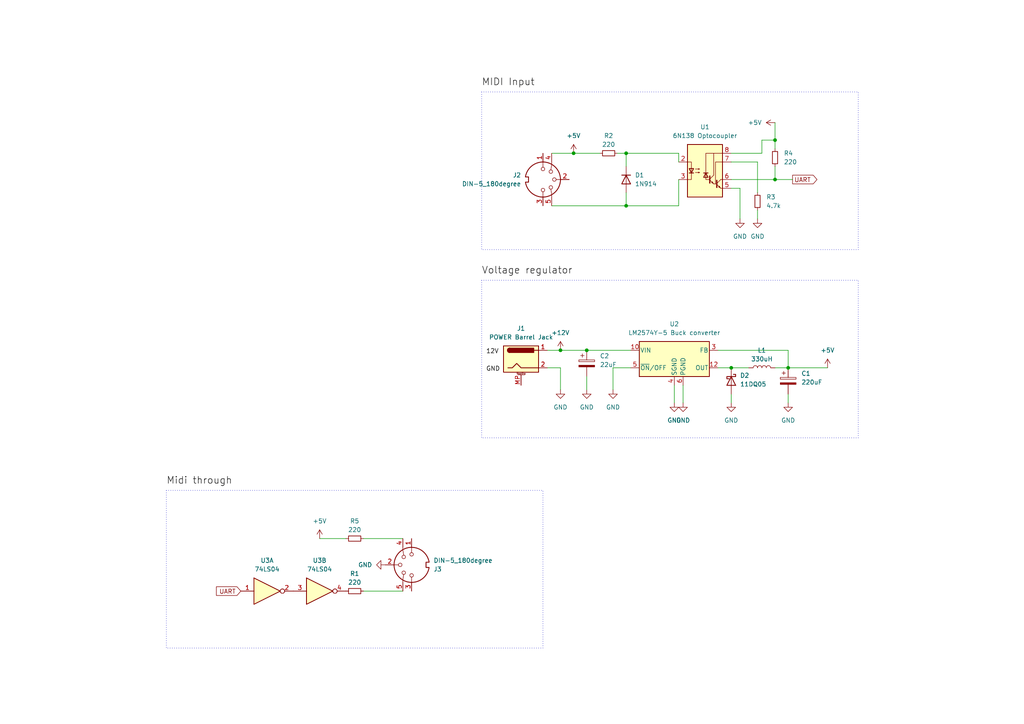
<source format=kicad_sch>
(kicad_sch (version 20230121) (generator eeschema)
  (paper "A4")
  (lib_symbols
    (symbol "74xx:74LS04"
      (property "Reference" "U" (at 0 1.27 0))
      (property "Value" "74LS04" (at 0 -1.27 0))
      (symbol "74LS04_1_0"
        (polyline (pts (xy -3.81 3.81) (xy -3.81 -3.81) (xy 3.81 0) (xy -3.81 3.81)) (stroke (width 0.254)) (fill (type background)))
        (pin input line (at -7.62 0 0) (length 3.81) (name "~") (number "1"))
        (pin output inverted (at 7.62 0 180) (length 3.81) (name "~") (number "2"))
      )
      (symbol "74LS04_2_0"
        (polyline (pts (xy -3.81 3.81) (xy -3.81 -3.81) (xy 3.81 0) (xy -3.81 3.81)) (stroke (width 0.254)) (fill (type background)))
        (pin input line (at -7.62 0 0) (length 3.81) (name "~") (number "3"))
        (pin output inverted (at 7.62 0 180) (length 3.81) (name "~") (number "4"))
      )
      (symbol "74LS04_3_0"
        (polyline (pts (xy -3.81 3.81) (xy -3.81 -3.81) (xy 3.81 0) (xy -3.81 3.81)) (stroke (width 0.254)) (fill (type background)))
        (pin input line (at -7.62 0 0) (length 3.81) (name "~") (number "5"))
        (pin output inverted (at 7.62 0 180) (length 3.81) (name "~") (number "6"))
      )
      (symbol "74LS04_4_0"
        (polyline (pts (xy -3.81 3.81) (xy -3.81 -3.81) (xy 3.81 0) (xy -3.81 3.81)) (stroke (width 0.254)) (fill (type background)))
        (pin output inverted (at 7.62 0 180) (length 3.81) (name "~") (number "8"))
        (pin input line (at -7.62 0 0) (length 3.81) (name "~") (number "9"))
      )
      (symbol "74LS04_5_0"
        (polyline (pts (xy -3.81 3.81) (xy -3.81 -3.81) (xy 3.81 0) (xy -3.81 3.81)) (stroke (width 0.254)) (fill (type background)))
        (pin output inverted (at 7.62 0 180) (length 3.81) (name "~") (number "10"))
        (pin input line (at -7.62 0 0) (length 3.81) (name "~") (number "11"))
      )
      (symbol "74LS04_6_0"
        (polyline (pts (xy -3.81 3.81) (xy -3.81 -3.81) (xy 3.81 0) (xy -3.81 3.81)) (stroke (width 0.254)) (fill (type background)))
        (pin output inverted (at 7.62 0 180) (length 3.81) (name "~") (number "12"))
        (pin input line (at -7.62 0 0) (length 3.81) (name "~") (number "13"))
      )
      (symbol "74LS04_7_0"
        (pin power_in line (at 0 12.7 270) (length 5.08) (name "VCC") (number "14"))
        (pin power_in line (at 0 -12.7 90) (length 5.08) (name "GND") (number "7"))
      )
      (symbol "74LS04_7_1"
        (rectangle (start -5.08 7.62) (end 5.08 -7.62) (stroke (width 0.254)) (fill (type background)))
      )
    )
    (symbol "Connector:Barrel_Jack_MountingPin" (pin_names hide)
      (property "Reference" "J" (at 0 5.334 0))
      (property "Value" "Barrel_Jack_MountingPin" (at 1.27 -6.35 0))
      (symbol "Barrel_Jack_MountingPin_0_1"
        (rectangle (start -5.08 3.81) (end 5.08 -3.81) (stroke (width 0.254)) (fill (type background)))
        (arc (start -3.302 3.175) (mid -3.9343 2.54) (end -3.302 1.905) (stroke (width 0.254)))
        (arc (start -3.302 3.175) (mid -3.9343 2.54) (end -3.302 1.905) (stroke (width 0.254)) (fill (type outline)))
        (polyline (pts (xy 5.08 2.54) (xy 3.81 2.54)) (stroke (width 0.254)))
        (polyline (pts (xy -3.81 -2.54) (xy -2.54 -2.54) (xy -1.27 -1.27) (xy 0 -2.54) (xy 2.54 -2.54) (xy 5.08 -2.54)) (stroke (width 0.254)))
        (rectangle (start 3.683 3.175) (end -3.302 1.905) (stroke (width 0.254)) (fill (type outline)))
      )
      (symbol "Barrel_Jack_MountingPin_1_1"
        (polyline (pts (xy -1.016 -4.572) (xy 1.016 -4.572)) (stroke (width 0.1524)))
        (text "Mounting" (at 0 -4.191 0) (effects (font (size 0.381 0.381))))
        (pin passive line (at 7.62 2.54 180) (length 2.54) (name "~") (number "1"))
        (pin passive line (at 7.62 -2.54 180) (length 2.54) (name "~") (number "2"))
        (pin passive line (at 0 -7.62 90) (length 3.048) (name "MountPin") (number "MP"))
      )
    )
    (symbol "Connector:DIN-5_180degree" (pin_names (offset 1.016))
      (property "Reference" "J" (at 3.175 5.715 0))
      (property "Value" "DIN-5_180degree" (at 0 -6.35 0))
      (symbol "DIN-5_180degree_0_1"
        (arc (start -5.08 0) (mid -3.8609 -3.3364) (end -0.762 -5.08) (stroke (width 0.254)))
        (circle (center -3.048 0) (radius 0.508))
        (circle (center -2.286 2.286) (radius 0.508))
        (polyline (pts (xy -5.08 0) (xy -3.556 0)))
        (polyline (pts (xy 0 5.08) (xy 0 3.81)))
        (polyline (pts (xy 5.08 0) (xy 3.556 0)))
        (polyline (pts (xy -5.08 2.54) (xy -4.318 2.54) (xy -2.794 2.286)))
        (polyline (pts (xy 5.08 2.54) (xy 4.318 2.54) (xy 2.794 2.286)))
        (polyline (pts (xy -0.762 -4.953) (xy -0.762 -4.191) (xy 0.762 -4.191) (xy 0.762 -4.953)) (stroke (width 0.254)))
        (circle (center 0 3.302) (radius 0.508))
        (arc (start 0.762 -5.08) (mid 3.8685 -3.343) (end 5.08 0) (stroke (width 0.254)))
        (circle (center 2.286 2.286) (radius 0.508))
        (circle (center 3.048 0) (radius 0.508))
        (arc (start 5.08 0) (mid 0 5.0579) (end -5.08 0) (stroke (width 0.254)))
      )
      (symbol "DIN-5_180degree_1_1"
        (pin passive line (at -7.62 0 0) (length 2.54) (name "~") (number "1"))
        (pin passive line (at 0 7.62 270) (length 2.54) (name "~") (number "2"))
        (pin passive line (at 7.62 0 180) (length 2.54) (name "~") (number "3"))
        (pin passive line (at -7.62 2.54 0) (length 2.54) (name "~") (number "4"))
        (pin passive line (at 7.62 2.54 180) (length 2.54) (name "~") (number "5"))
      )
    )
    (symbol "Device:C_Polarized" (pin_numbers hide) (pin_names (offset 0.254))
      (property "Reference" "C" (at 0.635 2.54 0))
      (property "Value" "C_Polarized" (at 0.635 -2.54 0))
      (symbol "C_Polarized_0_1"
        (rectangle (start -2.286 0.508) (end 2.286 1.016))
        (polyline (pts (xy -1.778 2.286) (xy -0.762 2.286)))
        (polyline (pts (xy -1.27 2.794) (xy -1.27 1.778)))
        (rectangle (start 2.286 -0.508) (end -2.286 -1.016) (fill (type outline)))
      )
      (symbol "C_Polarized_1_1"
        (pin passive line (at 0 3.81 270) (length 2.794) (name "~") (number "1"))
        (pin passive line (at 0 -3.81 90) (length 2.794) (name "~") (number "2"))
      )
    )
    (symbol "Device:D_Schottky" (pin_numbers hide) (pin_names (offset 1.016) hide)
      (property "Reference" "D" (at 0 2.54 0))
      (property "Value" "D_Schottky" (at 0 -2.54 0))
      (symbol "D_Schottky_0_1"
        (polyline (pts (xy 1.27 0) (xy -1.27 0)))
        (polyline (pts (xy 1.27 1.27) (xy 1.27 -1.27) (xy -1.27 0) (xy 1.27 1.27)) (stroke (width 0.254)))
        (polyline (pts (xy -1.905 0.635) (xy -1.905 1.27) (xy -1.27 1.27) (xy -1.27 -1.27) (xy -0.635 -1.27) (xy -0.635 -0.635)) (stroke (width 0.254)))
      )
      (symbol "D_Schottky_1_1"
        (pin passive line (at -3.81 0 0) (length 2.54) (name "K") (number "1"))
        (pin passive line (at 3.81 0 180) (length 2.54) (name "A") (number "2"))
      )
    )
    (symbol "Device:L" (pin_numbers hide) (pin_names (offset 1.016) hide)
      (property "Reference" "L" (at -1.27 0 90))
      (property "Value" "L" (at 1.905 0 90))
      (symbol "L_0_1"
        (arc (start 0 -2.54) (mid 0.6323 -1.905) (end 0 -1.27))
        (arc (start 0 -1.27) (mid 0.6323 -0.635) (end 0 0))
        (arc (start 0 0) (mid 0.6323 0.635) (end 0 1.27))
        (arc (start 0 1.27) (mid 0.6323 1.905) (end 0 2.54))
      )
      (symbol "L_1_1"
        (pin passive line (at 0 3.81 270) (length 1.27) (name "1") (number "1"))
        (pin passive line (at 0 -3.81 90) (length 1.27) (name "2") (number "2"))
      )
    )
    (symbol "Device:R_Small" (pin_numbers hide) (pin_names (offset 0.254) hide)
      (property "Reference" "R" (at 0.762 0.508 0))
      (property "Value" "R_Small" (at 0.762 -1.016 0))
      (symbol "R_Small_0_1"
        (rectangle (start -0.762 1.778) (end 0.762 -1.778) (stroke (width 0.2032)))
      )
      (symbol "R_Small_1_1"
        (pin passive line (at 0 2.54 270) (length 0.762) (name "~") (number "1"))
        (pin passive line (at 0 -2.54 90) (length 0.762) (name "~") (number "2"))
      )
    )
    (symbol "Diode:1N914" (pin_numbers hide) (pin_names hide)
      (property "Reference" "D" (at 0 2.54 0))
      (property "Value" "1N914" (at 0 -2.54 0))
      (symbol "1N914_0_1"
        (polyline (pts (xy -1.27 1.27) (xy -1.27 -1.27)) (stroke (width 0.254)))
        (polyline (pts (xy 1.27 0) (xy -1.27 0)))
        (polyline (pts (xy 1.27 1.27) (xy 1.27 -1.27) (xy -1.27 0) (xy 1.27 1.27)) (stroke (width 0.254)))
      )
      (symbol "1N914_1_1"
        (pin passive line (at -3.81 0 0) (length 2.54) (name "K") (number "1"))
        (pin passive line (at 3.81 0 180) (length 2.54) (name "A") (number "2"))
      )
    )
    (symbol "Isolator:6N138" (pin_names (offset 1.016) hide)
      (property "Reference" "U" (at -4.064 8.89 0))
      (property "Value" "6N138" (at 2.286 8.89 0))
      (symbol "6N138_0_1"
        (rectangle (start -5.08 7.62) (end 5.08 -7.62) (stroke (width 0.254)) (fill (type background)))
        (polyline (pts (xy -4.572 -0.635) (xy -3.302 -0.635)) (stroke (width 0.254)))
        (polyline (pts (xy 0.889 -0.635) (xy -0.381 -0.635)) (stroke (width 0.254)))
        (polyline (pts (xy 1.397 -2.667) (xy 2.54 -3.81)))
        (polyline (pts (xy 1.397 -2.413) (xy 2.54 -1.27)))
        (polyline (pts (xy 2.54 -3.81) (xy 3.175 -3.81)))
        (polyline (pts (xy 3.429 -3.937) (xy 4.572 -5.08)))
        (polyline (pts (xy 3.429 -3.683) (xy 4.572 -2.54)))
        (polyline (pts (xy 4.572 -5.08) (xy 5.08 -5.08)))
        (polyline (pts (xy 4.572 -2.54) (xy 5.08 -2.54)))
        (polyline (pts (xy 1.397 -1.524) (xy 1.397 -3.556) (xy 1.397 -3.556)) (stroke (width 0.3556)))
        (polyline (pts (xy 2.54 -1.27) (xy 2.54 5.08) (xy 5.08 5.08)))
        (polyline (pts (xy 3.429 -2.794) (xy 3.429 -4.826) (xy 3.429 -4.826)) (stroke (width 0.3556)))
        (polyline (pts (xy 5.08 2.54) (xy 3.048 2.54) (xy 3.048 -3.81)))
        (polyline (pts (xy -5.08 -2.54) (xy -3.937 -2.54) (xy -3.937 2.54) (xy -5.08 2.54)))
        (polyline (pts (xy -3.937 -0.635) (xy -4.572 0.635) (xy -3.302 0.635) (xy -3.937 -0.635)) (stroke (width 0.254)))
        (polyline (pts (xy 0.254 -0.635) (xy 0.889 -1.905) (xy -0.381 -1.905) (xy 0.254 -0.635)) (stroke (width 0.254)))
        (polyline (pts (xy 1.27 -2.54) (xy 0.254 -2.54) (xy 0.254 5.08) (xy 2.54 5.08)))
        (polyline (pts (xy 2.413 -3.683) (xy 2.159 -3.175) (xy 1.905 -3.429) (xy 2.413 -3.683)))
        (polyline (pts (xy 4.445 -4.953) (xy 4.191 -4.445) (xy 3.937 -4.699) (xy 4.445 -4.953)))
        (polyline (pts (xy -2.794 -0.508) (xy -1.524 -0.508) (xy -1.905 -0.635) (xy -1.905 -0.381) (xy -1.524 -0.508)))
        (polyline (pts (xy -2.794 0.508) (xy -1.524 0.508) (xy -1.905 0.381) (xy -1.905 0.635) (xy -1.524 0.508)))
      )
      (symbol "6N138_1_1"
        (pin no_connect line (at -5.08 5.08 0) (length 2.54) hide (name "NC") (number "1"))
        (pin passive line (at -7.62 2.54 0) (length 2.54) (name "C1") (number "2"))
        (pin passive line (at -7.62 -2.54 0) (length 2.54) (name "C2") (number "3"))
        (pin no_connect line (at -5.08 -5.08 0) (length 2.54) hide (name "NC") (number "4"))
        (pin passive line (at 7.62 -5.08 180) (length 2.54) (name "GND") (number "5"))
        (pin passive line (at 7.62 -2.54 180) (length 2.54) (name "VO2") (number "6"))
        (pin passive line (at 7.62 2.54 180) (length 2.54) (name "VO1") (number "7"))
        (pin passive line (at 7.62 5.08 180) (length 2.54) (name "VCC") (number "8"))
      )
    )
    (symbol "Regulator_Switching:LM2574M-5" (pin_names (offset 0.254))
      (property "Reference" "U" (at -10.16 6.35 0))
      (property "Value" "LM2574M-5" (at -5.08 6.35 0))
      (symbol "LM2574M-5_0_1"
        (rectangle (start -10.16 5.08) (end 10.16 -5.08) (stroke (width 0.254)) (fill (type background)))
      )
      (symbol "LM2574M-5_1_1"
        (pin power_in line (at -12.7 2.54 0) (length 2.54) (name "VIN") (number "10"))
        (pin output line (at 12.7 -2.54 180) (length 2.54) (name "OUT") (number "12"))
        (pin input line (at 12.7 2.54 180) (length 2.54) (name "FB") (number "3"))
        (pin power_in line (at 0 -7.62 90) (length 2.54) (name "SGND") (number "4"))
        (pin input line (at -12.7 -2.54 0) (length 2.54) (name "~{ON}/OFF") (number "5"))
        (pin power_in line (at 2.54 -7.62 90) (length 2.54) (name "PGND") (number "6"))
      )
    )
    (symbol "power:+12V" (power) (pin_names (offset 0))
      (property "Value" "+12V" (at 0 3.556 0))
      (symbol "+12V_0_1"
        (polyline (pts (xy -0.762 1.27) (xy 0 2.54)))
        (polyline (pts (xy 0 0) (xy 0 2.54)))
        (polyline (pts (xy 0 2.54) (xy 0.762 1.27)))
      )
      (symbol "+12V_1_1"
        (pin power_in line (at 0 0 90) (length 0) hide (name "+12V") (number "1"))
      )
    )
    (symbol "power:+5V" (power) (pin_names (offset 0))
      (property "Value" "+5V" (at 0 3.556 0))
      (symbol "+5V_0_1"
        (polyline (pts (xy -0.762 1.27) (xy 0 2.54)))
        (polyline (pts (xy 0 0) (xy 0 2.54)))
        (polyline (pts (xy 0 2.54) (xy 0.762 1.27)))
      )
      (symbol "+5V_1_1"
        (pin power_in line (at 0 0 90) (length 0) hide (name "+5V") (number "1"))
      )
    )
    (symbol "power:GND" (power) (pin_names (offset 0))
      (property "Value" "GND" (at 0 -3.81 0))
      (symbol "GND_0_1"
        (polyline (pts (xy 0 0) (xy 0 -1.27) (xy 1.27 -1.27) (xy 0 -2.54) (xy -1.27 -1.27) (xy 0 -1.27)))
      )
      (symbol "GND_1_1"
        (pin power_in line (at 0 0 270) (length 0) hide (name "GND") (number "1"))
      )
    )
  )
  (junction (at 212.09 106.68))
  (junction (at 166.37 44.45))
  (junction (at 181.61 59.69))
  (junction (at 224.79 40.64))
  (junction (at 170.18 101.6))
  (junction (at 228.6 106.68))
  (junction (at 162.56 101.6))
  (junction (at 224.79 52.07))
  (junction (at 181.61 44.45))
  (wire (pts (xy 105.41 156.21) (xy 116.84 156.21)))
  (wire (pts (xy 181.61 55.88) (xy 181.61 59.69)))
  (wire (pts (xy 224.79 40.64) (xy 224.79 43.18)))
  (wire (pts (xy 196.85 59.69) (xy 196.85 52.07)))
  (wire (pts (xy 224.79 52.07) (xy 229.87 52.07)))
  (wire (pts (xy 198.12 111.76) (xy 198.12 116.84)))
  (wire (pts (xy 170.18 109.22) (xy 170.18 113.03)))
  (wire (pts (xy 181.61 44.45) (xy 196.85 44.45)))
  (wire (pts (xy 228.6 101.6) (xy 228.6 106.68)))
  (wire (pts (xy 212.09 106.68) (xy 217.17 106.68)))
  (wire (pts (xy 162.56 106.68) (xy 162.56 113.03)))
  (wire (pts (xy 228.6 106.68) (xy 240.03 106.68)))
  (wire (pts (xy 158.75 106.68) (xy 162.56 106.68)))
  (wire (pts (xy 212.09 54.61) (xy 214.63 54.61)))
  (wire (pts (xy 196.85 44.45) (xy 196.85 46.99)))
  (wire (pts (xy 160.02 59.69) (xy 181.61 59.69)))
  (wire (pts (xy 212.09 114.3) (xy 212.09 116.84)))
  (wire (pts (xy 219.71 46.99) (xy 219.71 55.88)))
  (wire (pts (xy 166.37 44.45) (xy 173.99 44.45)))
  (wire (pts (xy 212.09 44.45) (xy 220.98 44.45)))
  (wire (pts (xy 181.61 44.45) (xy 181.61 48.26)))
  (wire (pts (xy 105.41 171.45) (xy 116.84 171.45)))
  (wire (pts (xy 219.71 60.96) (xy 219.71 63.5)))
  (wire (pts (xy 208.28 106.68) (xy 212.09 106.68)))
  (wire (pts (xy 160.02 44.45) (xy 166.37 44.45)))
  (wire (pts (xy 158.75 101.6) (xy 162.56 101.6)))
  (wire (pts (xy 179.07 44.45) (xy 181.61 44.45)))
  (wire (pts (xy 182.88 106.68) (xy 177.8 106.68)))
  (wire (pts (xy 224.79 35.56) (xy 224.79 40.64)))
  (wire (pts (xy 224.79 48.26) (xy 224.79 52.07)))
  (wire (pts (xy 162.56 101.6) (xy 170.18 101.6)))
  (wire (pts (xy 220.98 44.45) (xy 220.98 40.64)))
  (wire (pts (xy 212.09 46.99) (xy 219.71 46.99)))
  (wire (pts (xy 224.79 106.68) (xy 228.6 106.68)))
  (wire (pts (xy 214.63 54.61) (xy 214.63 63.5)))
  (wire (pts (xy 228.6 114.3) (xy 228.6 116.84)))
  (wire (pts (xy 208.28 101.6) (xy 228.6 101.6)))
  (wire (pts (xy 181.61 59.69) (xy 196.85 59.69)))
  (wire (pts (xy 170.18 101.6) (xy 182.88 101.6)))
  (wire (pts (xy 195.58 111.76) (xy 195.58 116.84)))
  (wire (pts (xy 92.71 156.21) (xy 100.33 156.21)))
  (wire (pts (xy 212.09 52.07) (xy 224.79 52.07)))
  (wire (pts (xy 220.98 40.64) (xy 224.79 40.64)))
  (wire (pts (xy 177.8 106.68) (xy 177.8 113.03)))
  (rectangle (start 139.7 26.67) (end 248.92 72.39) (stroke (width 0) (type dot)))
  (rectangle (start 139.7 81.28) (end 248.92 127) (stroke (width 0) (type dot)))
  (rectangle (start 48.26 142.24) (end 157.48 187.96) (stroke (width 0) (type dot)))
  (label "12V" (at 140.97 102.87 0))
  (label "Midi through" (at 48.26 140.97 0) (effects (font (size 2 2))))
  (label "GND" (at 140.97 107.95 0))
  (label "Voltage regulator" (at 139.7 80.01 0) (effects (font (size 2 2))))
  (label "MIDI Input" (at 139.7 25.4 0) (effects (font (size 2 2))))
  (global_label "UART" (shape output) (at 229.87 52.07 0) (property "Intersheetrefs" "${INTERSHEET_REFS}" (effects hide)))
  (global_label "UART" (shape input) (at 69.85 171.45 180) (property "Intersheetrefs" "${INTERSHEET_REFS}" (effects hide)))
  (symbol (lib_id "power:GND") (at 177.8 113.03 0) (unit 1)
    (property "Reference" "#PWR04" (effects hide))
    (property "Value" "GND" (at 177.8 118.11 0))
  )
  (symbol (lib_id "power:GND") (at 195.58 116.84 0) (unit 1)
    (property "Reference" "#PWR05" (effects hide))
    (property "Value" "GND" (at 195.58 121.92 0))
  )
  (symbol (lib_id "Device:L") (at 220.98 106.68 90) (unit 1)
    (property "Reference" "L1" (at 220.98 101.6 90))
    (property "Value" "330uH" (at 220.98 104.14 90))
  )
  (symbol (lib_id "Regulator_Switching:LM2574M-5") (at 195.58 104.14 0) (unit 1)
    (property "Reference" "U2" (at 195.58 93.98 0))
    (property "Value" "LM2574Y-5 Buck converter" (at 195.58 96.52 0))
    (property "Footprint" "Package_SO:SOIC-14W_7.5x9mm_P1.27mm" (effects hide))
    (property "Datasheet" "http://www.national.com/ds/LM/LM2574.pdf" (effects hide))
  )
  (symbol (lib_id "Device:C_Polarized") (at 170.18 105.41 0) (unit 1)
    (property "Reference" "C2" (at 173.99 103.251 0) (effects (justify left)))
    (property "Value" "22uF" (at 173.99 105.791 0) (effects (justify left)))
  )
  (symbol (lib_id "power:GND") (at 212.09 116.84 0) (unit 1)
    (property "Reference" "#PWR013" (effects hide))
    (property "Value" "GND" (at 212.09 121.92 0))
  )
  (symbol (lib_id "power:+12V") (at 162.56 101.6 0) (unit 1)
    (property "Reference" "#PWR010" (effects hide))
    (property "Value" "+12V" (at 162.56 96.52 0))
  )
  (symbol (lib_id "Device:R_Small") (at 224.79 45.72 0) (unit 1)
    (property "Reference" "R4" (at 227.33 44.45 0) (effects (justify left)))
    (property "Value" "220" (at 227.33 46.99 0) (effects (justify left)))
  )
  (symbol (lib_id "Diode:1N914") (at 181.61 52.07 270) (unit 1)
    (property "Reference" "D1" (at 184.15 50.8 90) (effects (justify left)))
    (property "Value" "1N914" (at 184.15 53.34 90) (effects (justify left)))
    (property "Footprint" "Diode_THT:D_DO-35_SOD27_P7.62mm_Horizontal" (effects hide))
    (property "Datasheet" "http://www.vishay.com/docs/85622/1n914.pdf" (effects hide))
    (property "Sim.Device" "D" (effects hide))
    (property "Sim.Pins" "1=K 2=A" (effects hide))
  )
  (symbol (lib_id "Isolator:6N138") (at 204.47 49.53 0) (unit 1)
    (property "Reference" "U1" (at 204.47 36.83 0))
    (property "Value" "6N138 Optocoupler" (at 204.47 39.37 0))
    (property "Datasheet" "http://www.onsemi.com/pub/Collateral/HCPL2731-D.pdf" (effects hide))
  )
  (symbol (lib_id "power:+5V") (at 166.37 44.45 0) (unit 1)
    (property "Reference" "#PWR07" (effects hide))
    (property "Value" "+5V" (at 166.37 39.37 0))
  )
  (symbol (lib_id "Connector:DIN-5_180degree") (at 157.48 52.07 270) (unit 1)
    (property "Reference" "J2" (at 151.13 50.8001 90) (effects (justify right)))
    (property "Value" "DIN-5_180degree" (at 151.13 53.3401 90) (effects (justify right)))
    (property "Datasheet" "http://www.mouser.com/ds/2/18/40_c091_abd_e-75918.pdf" (effects hide))
  )
  (symbol (lib_id "Device:R_Small") (at 102.87 171.45 270) (unit 1)
    (property "Reference" "R1" (at 102.87 166.37 90))
    (property "Value" "220" (at 102.87 168.91 90))
  )
  (symbol (lib_id "Device:R_Small") (at 102.87 156.21 270) (unit 1)
    (property "Reference" "R5" (at 102.87 151.13 90))
    (property "Value" "220" (at 102.87 153.67 90))
  )
  (symbol (lib_id "power:+5V") (at 240.03 106.68 0) (unit 1)
    (property "Reference" "#PWR011" (effects hide))
    (property "Value" "+5V" (at 240.03 101.6 0))
  )
  (symbol (lib_id "power:+5V") (at 92.71 156.21 0) (unit 1)
    (property "Reference" "#PWR014" (effects hide))
    (property "Value" "+5V" (at 92.71 151.13 0))
  )
  (symbol (lib_id "Device:R_Small") (at 219.71 58.42 0) (unit 1)
    (property "Reference" "R3" (at 222.25 57.15 0) (effects (justify left)))
    (property "Value" "4.7k" (at 222.25 59.69 0) (effects (justify left)))
  )
  (symbol (lib_id "Device:C_Polarized") (at 228.6 110.49 0) (unit 1)
    (property "Reference" "C1" (at 232.41 108.331 0) (effects (justify left)))
    (property "Value" "220uF" (at 232.41 110.871 0) (effects (justify left)))
  )
  (symbol (lib_id "power:GND") (at 198.12 116.84 0) (unit 1)
    (property "Reference" "#PWR06" (effects hide))
    (property "Value" "GND" (at 198.12 121.92 0))
  )
  (symbol (lib_id "74xx:74LS04") (at 92.71 171.45 0) (unit 2)
    (property "Reference" "U3" (at 92.71 162.56 0))
    (property "Value" "74LS04" (at 92.71 165.1 0))
    (property "Datasheet" "http://www.ti.com/lit/gpn/sn74LS04" (effects hide))
  )
  (symbol (lib_id "Connector:Barrel_Jack_MountingPin") (at 151.13 104.14 0) (unit 1)
    (property "Reference" "J1" (at 151.13 95.25 0))
    (property "Value" "POWER Barrel Jack" (at 151.13 97.79 0))
  )
  (symbol (lib_id "power:GND") (at 111.76 163.83 270) (unit 1)
    (property "Reference" "#PWR015" (effects hide))
    (property "Value" "GND" (at 107.95 163.83 90) (effects (justify right)))
  )
  (symbol (lib_id "power:+5V") (at 224.79 35.56 90) (unit 1)
    (property "Reference" "#PWR03" (effects hide))
    (property "Value" "+5V" (at 220.98 35.56 90) (effects (justify left)))
  )
  (symbol (lib_id "power:GND") (at 214.63 63.5 0) (unit 1)
    (property "Reference" "#PWR01" (effects hide))
    (property "Value" "GND" (at 214.63 68.58 0))
  )
  (symbol (lib_id "power:GND") (at 219.71 63.5 0) (unit 1)
    (property "Reference" "#PWR02" (effects hide))
    (property "Value" "GND" (at 219.71 68.58 0))
  )
  (symbol (lib_id "74xx:74LS04") (at 77.47 171.45 0) (unit 1)
    (property "Reference" "U3" (at 77.47 162.56 0))
    (property "Value" "74LS04" (at 77.47 165.1 0))
    (property "Datasheet" "http://www.ti.com/lit/gpn/sn74LS04" (effects hide))
  )
  (symbol (lib_id "power:GND") (at 162.56 113.03 0) (unit 1)
    (property "Reference" "#PWR08" (effects hide))
    (property "Value" "GND" (at 162.56 118.11 0))
  )
  (symbol (lib_id "power:GND") (at 228.6 116.84 0) (unit 1)
    (property "Reference" "#PWR012" (effects hide))
    (property "Value" "GND" (at 228.6 121.92 0))
  )
  (symbol (lib_id "Connector:DIN-5_180degree") (at 119.38 163.83 90) (mirror x) (unit 1)
    (property "Reference" "J3" (at 125.73 165.1001 90) (effects (justify right)))
    (property "Value" "DIN-5_180degree" (at 125.73 162.5601 90) (effects (justify right)))
    (property "Datasheet" "http://www.mouser.com/ds/2/18/40_c091_abd_e-75918.pdf" (effects hide))
  )
  (symbol (lib_id "power:GND") (at 170.18 113.03 0) (unit 1)
    (property "Reference" "#PWR09" (effects hide))
    (property "Value" "GND" (at 170.18 118.11 0))
  )
  (symbol (lib_id "Device:R_Small") (at 176.53 44.45 270) (unit 1)
    (property "Reference" "R2" (at 176.53 39.37 90))
    (property "Value" "220" (at 176.53 41.91 90))
  )
  (symbol (lib_id "Device:D_Schottky") (at 212.09 110.49 270) (unit 1)
    (property "Reference" "D2" (at 214.63 108.9025 90) (effects (justify left)))
    (property "Value" "11DQ05" (at 214.63 111.4425 90) (effects (justify left)))
  )
)
</source>
